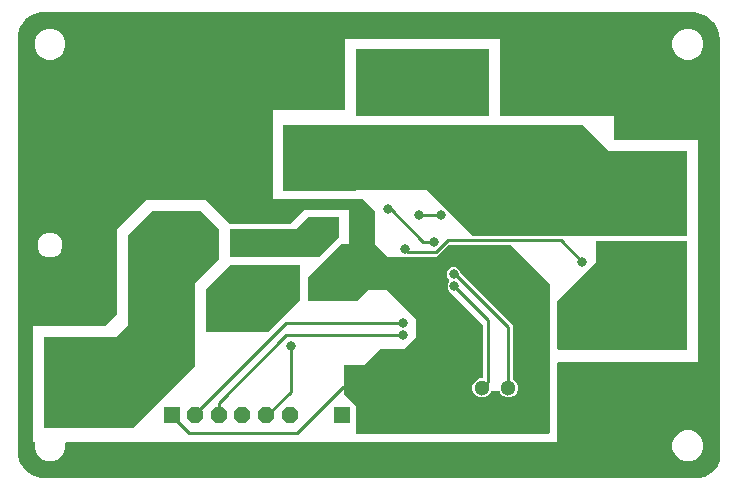
<source format=gbr>
G04 EAGLE Gerber RS-274X export*
G75*
%MOMM*%
%FSLAX34Y34*%
%LPD*%
%INBottom Copper*%
%IPPOS*%
%AMOC8*
5,1,8,0,0,1.08239X$1,22.5*%
G01*
%ADD10C,2.250000*%
%ADD11C,2.000000*%
%ADD12R,1.422400X1.422400*%
%ADD13P,1.539592X8X112.500000*%
%ADD14C,0.909600*%
%ADD15R,1.809600X1.809600*%
%ADD16C,1.809600*%
%ADD17P,2.749271X8X22.500000*%
%ADD18C,1.629600*%
%ADD19R,0.254000X0.254000*%
%ADD20C,0.808000*%
%ADD21C,0.279400*%
%ADD22C,1.300000*%

G36*
X2544Y24987D02*
X2544Y24987D01*
X2542Y24970D01*
X2814Y21516D01*
X2825Y21482D01*
X2831Y21429D01*
X4966Y14859D01*
X4986Y14826D01*
X5020Y14753D01*
X9080Y9164D01*
X9109Y9139D01*
X9164Y9080D01*
X14753Y5020D01*
X14788Y5005D01*
X14859Y4966D01*
X21429Y2831D01*
X21464Y2828D01*
X21516Y2814D01*
X24970Y2542D01*
X24983Y2544D01*
X25000Y2541D01*
X573975Y2541D01*
X574029Y2553D01*
X574085Y2557D01*
X574117Y2574D01*
X574144Y2580D01*
X574170Y2602D01*
X574213Y2624D01*
X574235Y2641D01*
X575120Y2543D01*
X575138Y2545D01*
X575162Y2541D01*
X576084Y2541D01*
X576104Y2525D01*
X576123Y2521D01*
X576136Y2513D01*
X576175Y2509D01*
X576246Y2493D01*
X578403Y2424D01*
X578438Y2431D01*
X578492Y2431D01*
X584534Y3678D01*
X584568Y3694D01*
X584645Y3720D01*
X590006Y6773D01*
X590034Y6799D01*
X590098Y6847D01*
X594253Y11407D01*
X594272Y11441D01*
X594319Y11506D01*
X596861Y17127D01*
X596868Y17162D01*
X596888Y17212D01*
X596955Y17561D01*
X597452Y20158D01*
X597451Y20188D01*
X597459Y20229D01*
X597459Y368942D01*
X597446Y369000D01*
X597441Y369059D01*
X597425Y369087D01*
X597420Y369111D01*
X597397Y369139D01*
X597374Y369180D01*
X597458Y370098D01*
X597456Y370113D01*
X597459Y370132D01*
X597459Y371106D01*
X597463Y371112D01*
X597467Y371150D01*
X597475Y371190D01*
X597476Y371194D01*
X597476Y371197D01*
X597483Y371229D01*
X597518Y374134D01*
X597510Y374169D01*
X597509Y374223D01*
X595796Y381756D01*
X595780Y381791D01*
X595752Y381867D01*
X591796Y388502D01*
X591769Y388530D01*
X591720Y388594D01*
X585906Y393682D01*
X585872Y393700D01*
X585806Y393745D01*
X578705Y396788D01*
X578670Y396794D01*
X578619Y396813D01*
X574870Y397454D01*
X574842Y397452D01*
X574806Y397459D01*
X25000Y397459D01*
X24987Y397456D01*
X24970Y397458D01*
X21516Y397186D01*
X21482Y397175D01*
X21429Y397169D01*
X14859Y395034D01*
X14826Y395014D01*
X14753Y394980D01*
X9164Y390920D01*
X9139Y390891D01*
X9080Y390836D01*
X5020Y385247D01*
X5005Y385212D01*
X4966Y385141D01*
X2831Y378571D01*
X2828Y378536D01*
X2814Y378484D01*
X2542Y375030D01*
X2544Y375017D01*
X2541Y375000D01*
X2541Y25000D01*
X2544Y24987D01*
G37*
%LPC*%
G36*
X27406Y16959D02*
X27406Y16959D01*
X22613Y18945D01*
X18945Y22613D01*
X16959Y27406D01*
X16959Y32560D01*
X16948Y32610D01*
X16946Y32661D01*
X16928Y32693D01*
X16920Y32729D01*
X16887Y32768D01*
X16863Y32813D01*
X16833Y32834D01*
X16810Y32862D01*
X16763Y32883D01*
X16721Y32913D01*
X16679Y32921D01*
X16651Y32933D01*
X16621Y32932D01*
X16579Y32940D01*
X15620Y32940D01*
X15620Y131700D01*
X76200Y131700D01*
X76274Y131717D01*
X76349Y131730D01*
X76359Y131737D01*
X76369Y131739D01*
X76398Y131763D01*
X76469Y131811D01*
X86629Y141971D01*
X86669Y142036D01*
X86713Y142098D01*
X86715Y142110D01*
X86720Y142118D01*
X86724Y142155D01*
X86740Y142240D01*
X86740Y213203D01*
X111918Y238380D01*
X162403Y238380D01*
X182611Y218171D01*
X182676Y218131D01*
X182738Y218087D01*
X182750Y218085D01*
X182758Y218080D01*
X182795Y218076D01*
X182880Y218060D01*
X233680Y218060D01*
X233754Y218077D01*
X233829Y218090D01*
X233839Y218097D01*
X233849Y218099D01*
X233878Y218123D01*
X233949Y218171D01*
X245268Y229490D01*
X282830Y229490D01*
X282830Y200540D01*
X276360Y200540D01*
X276286Y200523D01*
X276211Y200510D01*
X276201Y200503D01*
X276191Y200501D01*
X276162Y200477D01*
X276091Y200429D01*
X248951Y173289D01*
X248911Y173224D01*
X248867Y173162D01*
X248865Y173150D01*
X248860Y173142D01*
X248856Y173105D01*
X248840Y173020D01*
X248840Y152700D01*
X248851Y152650D01*
X248853Y152599D01*
X248871Y152567D01*
X248879Y152531D01*
X248912Y152492D01*
X248936Y152447D01*
X248966Y152426D01*
X248989Y152398D01*
X249036Y152377D01*
X249078Y152347D01*
X249120Y152339D01*
X249148Y152327D01*
X249178Y152328D01*
X249220Y152320D01*
X289940Y152320D01*
X290014Y152337D01*
X290089Y152350D01*
X290099Y152357D01*
X290109Y152359D01*
X290138Y152383D01*
X290209Y152431D01*
X299958Y162180D01*
X314803Y162180D01*
X339980Y137003D01*
X339980Y122078D01*
X330043Y112140D01*
X309880Y112140D01*
X309806Y112123D01*
X309731Y112110D01*
X309721Y112103D01*
X309711Y112101D01*
X309682Y112077D01*
X309611Y112029D01*
X295753Y98170D01*
X279400Y98170D01*
X279350Y98159D01*
X279299Y98157D01*
X279267Y98139D01*
X279231Y98131D01*
X279192Y98098D01*
X279147Y98074D01*
X279126Y98044D01*
X279098Y98021D01*
X279077Y97974D01*
X279047Y97932D01*
X279039Y97890D01*
X279027Y97862D01*
X279028Y97832D01*
X279020Y97790D01*
X279020Y73660D01*
X279037Y73586D01*
X279050Y73511D01*
X279057Y73501D01*
X279059Y73491D01*
X279083Y73462D01*
X279131Y73391D01*
X289180Y63343D01*
X289180Y40640D01*
X289191Y40590D01*
X289193Y40539D01*
X289211Y40507D01*
X289219Y40471D01*
X289252Y40432D01*
X289276Y40387D01*
X289306Y40366D01*
X289329Y40338D01*
X289376Y40317D01*
X289418Y40287D01*
X289460Y40279D01*
X289488Y40267D01*
X289518Y40268D01*
X289560Y40260D01*
X452610Y40260D01*
X452660Y40271D01*
X452711Y40273D01*
X452743Y40291D01*
X452779Y40299D01*
X452818Y40332D01*
X452863Y40356D01*
X452884Y40386D01*
X452912Y40409D01*
X452933Y40456D01*
X452963Y40498D01*
X452971Y40540D01*
X452983Y40568D01*
X452982Y40598D01*
X452990Y40640D01*
X452990Y167150D01*
X452973Y167224D01*
X452960Y167299D01*
X452953Y167309D01*
X452951Y167319D01*
X452927Y167348D01*
X452879Y167419D01*
X420385Y199913D01*
X420320Y199953D01*
X420258Y199997D01*
X420246Y199999D01*
X420238Y200004D01*
X420201Y200008D01*
X420116Y200024D01*
X367538Y200024D01*
X367464Y200007D01*
X367389Y199994D01*
X367379Y199987D01*
X367369Y199985D01*
X367340Y199961D01*
X367269Y199913D01*
X356787Y189430D01*
X316268Y189430D01*
X305269Y200429D01*
X305204Y200469D01*
X305180Y200486D01*
X305180Y228600D01*
X305163Y228674D01*
X305150Y228749D01*
X305143Y228759D01*
X305141Y228769D01*
X305117Y228798D01*
X305069Y228869D01*
X294909Y239029D01*
X294844Y239069D01*
X294782Y239113D01*
X294770Y239115D01*
X294762Y239120D01*
X294725Y239124D01*
X294640Y239140D01*
X218820Y239140D01*
X218820Y314580D01*
X279400Y314580D01*
X279450Y314591D01*
X279501Y314593D01*
X279533Y314611D01*
X279569Y314619D01*
X279608Y314652D01*
X279653Y314676D01*
X279674Y314706D01*
X279702Y314729D01*
X279723Y314776D01*
X279753Y314818D01*
X279761Y314860D01*
X279773Y314888D01*
X279772Y314918D01*
X279780Y314960D01*
X279780Y374524D01*
X411100Y374524D01*
X411100Y309880D01*
X411111Y309830D01*
X411113Y309779D01*
X411131Y309747D01*
X411139Y309711D01*
X411172Y309672D01*
X411196Y309627D01*
X411226Y309606D01*
X411249Y309578D01*
X411296Y309557D01*
X411338Y309527D01*
X411380Y309519D01*
X411408Y309507D01*
X411438Y309508D01*
X411480Y309500D01*
X507620Y309500D01*
X507620Y289560D01*
X507631Y289510D01*
X507633Y289459D01*
X507651Y289427D01*
X507659Y289391D01*
X507692Y289352D01*
X507716Y289307D01*
X507746Y289286D01*
X507769Y289258D01*
X507816Y289237D01*
X507858Y289207D01*
X507900Y289199D01*
X507928Y289187D01*
X507958Y289188D01*
X508000Y289180D01*
X578740Y289180D01*
X578740Y100710D01*
X460040Y100710D01*
X459990Y100699D01*
X459939Y100697D01*
X459907Y100679D01*
X459871Y100671D01*
X459832Y100638D01*
X459787Y100614D01*
X459766Y100584D01*
X459738Y100561D01*
X459717Y100514D01*
X459687Y100472D01*
X459679Y100430D01*
X459667Y100402D01*
X459668Y100372D01*
X459660Y100330D01*
X459660Y32940D01*
X43421Y32940D01*
X43371Y32929D01*
X43320Y32927D01*
X43288Y32909D01*
X43252Y32901D01*
X43213Y32868D01*
X43168Y32844D01*
X43147Y32814D01*
X43119Y32791D01*
X43098Y32744D01*
X43068Y32702D01*
X43060Y32660D01*
X43048Y32632D01*
X43049Y32602D01*
X43041Y32560D01*
X43041Y27406D01*
X41055Y22613D01*
X37387Y18945D01*
X32594Y16959D01*
X27406Y16959D01*
G37*
%LPD*%
G36*
X569010Y207911D02*
X569010Y207911D01*
X569061Y207913D01*
X569093Y207931D01*
X569129Y207939D01*
X569168Y207972D01*
X569213Y207996D01*
X569234Y208026D01*
X569262Y208049D01*
X569283Y208096D01*
X569313Y208138D01*
X569321Y208180D01*
X569333Y208208D01*
X569332Y208238D01*
X569340Y208280D01*
X569340Y279400D01*
X569329Y279450D01*
X569327Y279501D01*
X569309Y279533D01*
X569301Y279569D01*
X569268Y279608D01*
X569244Y279653D01*
X569214Y279674D01*
X569191Y279702D01*
X569144Y279723D01*
X569102Y279753D01*
X569060Y279761D01*
X569032Y279773D01*
X569002Y279772D01*
X568960Y279780D01*
X503078Y279780D01*
X481599Y301259D01*
X481534Y301299D01*
X481472Y301343D01*
X481460Y301345D01*
X481452Y301350D01*
X481415Y301354D01*
X481330Y301370D01*
X227838Y301370D01*
X227788Y301359D01*
X227737Y301357D01*
X227705Y301339D01*
X227669Y301331D01*
X227630Y301298D01*
X227585Y301274D01*
X227564Y301244D01*
X227536Y301221D01*
X227515Y301174D01*
X227485Y301132D01*
X227477Y301090D01*
X227465Y301062D01*
X227466Y301032D01*
X227458Y300990D01*
X227458Y246360D01*
X227470Y246310D01*
X227472Y246258D01*
X227489Y246226D01*
X227497Y246191D01*
X227530Y246151D01*
X227555Y246106D01*
X227585Y246085D01*
X227607Y246058D01*
X227655Y246036D01*
X227697Y246007D01*
X227738Y245999D01*
X227766Y245987D01*
X227797Y245988D01*
X227840Y245980D01*
X349475Y246459D01*
X388076Y208011D01*
X388140Y207971D01*
X388202Y207927D01*
X388214Y207925D01*
X388223Y207920D01*
X388260Y207916D01*
X388344Y207900D01*
X568960Y207900D01*
X569010Y207911D01*
G37*
G36*
X100404Y45357D02*
X100404Y45357D01*
X100479Y45370D01*
X100489Y45377D01*
X100499Y45379D01*
X100528Y45403D01*
X100599Y45451D01*
X152669Y97521D01*
X152709Y97586D01*
X152753Y97648D01*
X152755Y97660D01*
X152760Y97668D01*
X152764Y97705D01*
X152769Y97732D01*
X152773Y97742D01*
X152773Y97752D01*
X152780Y97790D01*
X152780Y167483D01*
X172989Y187691D01*
X173029Y187756D01*
X173073Y187818D01*
X173075Y187830D01*
X173080Y187838D01*
X173084Y187875D01*
X173100Y187960D01*
X173100Y213360D01*
X173083Y213434D01*
X173070Y213509D01*
X173063Y213519D01*
X173061Y213529D01*
X173037Y213558D01*
X172989Y213629D01*
X157749Y228869D01*
X157684Y228909D01*
X157622Y228953D01*
X157610Y228955D01*
X157602Y228960D01*
X157565Y228964D01*
X157480Y228980D01*
X116840Y228980D01*
X116766Y228963D01*
X116691Y228950D01*
X116681Y228943D01*
X116671Y228941D01*
X116642Y228917D01*
X116571Y228869D01*
X96251Y208549D01*
X96211Y208484D01*
X96167Y208422D01*
X96165Y208410D01*
X96160Y208402D01*
X96156Y208365D01*
X96140Y208280D01*
X96140Y132238D01*
X86203Y122300D01*
X25400Y122300D01*
X25350Y122289D01*
X25299Y122287D01*
X25267Y122269D01*
X25231Y122261D01*
X25192Y122228D01*
X25147Y122204D01*
X25126Y122174D01*
X25098Y122151D01*
X25077Y122104D01*
X25047Y122062D01*
X25039Y122020D01*
X25027Y121992D01*
X25028Y121962D01*
X25020Y121920D01*
X25020Y45720D01*
X25031Y45670D01*
X25033Y45619D01*
X25051Y45587D01*
X25059Y45551D01*
X25092Y45512D01*
X25116Y45467D01*
X25146Y45446D01*
X25169Y45418D01*
X25216Y45397D01*
X25258Y45367D01*
X25300Y45359D01*
X25328Y45347D01*
X25358Y45348D01*
X25400Y45340D01*
X100330Y45340D01*
X100404Y45357D01*
G37*
G36*
X569010Y111391D02*
X569010Y111391D01*
X569061Y111393D01*
X569093Y111411D01*
X569129Y111419D01*
X569168Y111452D01*
X569213Y111476D01*
X569234Y111506D01*
X569262Y111529D01*
X569283Y111576D01*
X569313Y111618D01*
X569321Y111660D01*
X569333Y111688D01*
X569332Y111718D01*
X569340Y111760D01*
X569340Y203200D01*
X569329Y203250D01*
X569327Y203301D01*
X569309Y203333D01*
X569301Y203369D01*
X569268Y203408D01*
X569244Y203453D01*
X569214Y203474D01*
X569191Y203502D01*
X569144Y203523D01*
X569102Y203553D01*
X569060Y203561D01*
X569032Y203573D01*
X569002Y203572D01*
X568960Y203580D01*
X492760Y203580D01*
X492710Y203569D01*
X492659Y203567D01*
X492627Y203549D01*
X492591Y203541D01*
X492552Y203508D01*
X492507Y203484D01*
X492486Y203454D01*
X492458Y203431D01*
X492437Y203384D01*
X492407Y203342D01*
X492399Y203300D01*
X492387Y203272D01*
X492388Y203242D01*
X492380Y203200D01*
X492380Y185324D01*
X459725Y152669D01*
X459685Y152604D01*
X459641Y152542D01*
X459639Y152530D01*
X459634Y152522D01*
X459630Y152485D01*
X459614Y152400D01*
X459614Y111760D01*
X459625Y111710D01*
X459627Y111659D01*
X459645Y111627D01*
X459653Y111591D01*
X459686Y111552D01*
X459710Y111507D01*
X459740Y111486D01*
X459763Y111458D01*
X459810Y111437D01*
X459852Y111407D01*
X459894Y111399D01*
X459922Y111387D01*
X459952Y111388D01*
X459994Y111380D01*
X568960Y111380D01*
X569010Y111391D01*
G37*
G36*
X401370Y309511D02*
X401370Y309511D01*
X401421Y309513D01*
X401453Y309531D01*
X401489Y309539D01*
X401528Y309572D01*
X401573Y309596D01*
X401594Y309626D01*
X401622Y309649D01*
X401643Y309696D01*
X401673Y309738D01*
X401681Y309780D01*
X401693Y309808D01*
X401692Y309838D01*
X401700Y309880D01*
X401700Y365760D01*
X401689Y365810D01*
X401687Y365861D01*
X401669Y365893D01*
X401661Y365929D01*
X401628Y365968D01*
X401604Y366013D01*
X401574Y366034D01*
X401551Y366062D01*
X401504Y366083D01*
X401462Y366113D01*
X401420Y366121D01*
X401392Y366133D01*
X401362Y366132D01*
X401320Y366140D01*
X289560Y366140D01*
X289510Y366129D01*
X289459Y366127D01*
X289427Y366109D01*
X289391Y366101D01*
X289352Y366068D01*
X289307Y366044D01*
X289286Y366014D01*
X289258Y365991D01*
X289237Y365944D01*
X289207Y365902D01*
X289199Y365860D01*
X289187Y365832D01*
X289188Y365802D01*
X289180Y365760D01*
X289180Y309880D01*
X289191Y309830D01*
X289193Y309779D01*
X289211Y309747D01*
X289219Y309711D01*
X289252Y309672D01*
X289276Y309627D01*
X289306Y309606D01*
X289329Y309578D01*
X289376Y309557D01*
X289418Y309527D01*
X289460Y309519D01*
X289488Y309507D01*
X289518Y309508D01*
X289560Y309500D01*
X401320Y309500D01*
X401370Y309511D01*
G37*
G36*
X214958Y126637D02*
X214958Y126637D01*
X215033Y126650D01*
X215043Y126657D01*
X215053Y126659D01*
X215082Y126683D01*
X215153Y126731D01*
X241823Y153401D01*
X241863Y153466D01*
X241907Y153528D01*
X241909Y153540D01*
X241914Y153548D01*
X241918Y153585D01*
X241934Y153670D01*
X241934Y182880D01*
X241923Y182930D01*
X241921Y182981D01*
X241903Y183013D01*
X241895Y183049D01*
X241862Y183088D01*
X241838Y183133D01*
X241808Y183154D01*
X241785Y183182D01*
X241738Y183203D01*
X241696Y183233D01*
X241654Y183241D01*
X241626Y183253D01*
X241596Y183252D01*
X241554Y183260D01*
X182880Y183260D01*
X182806Y183243D01*
X182731Y183230D01*
X182721Y183223D01*
X182711Y183221D01*
X182682Y183197D01*
X182611Y183149D01*
X162291Y162829D01*
X162251Y162764D01*
X162207Y162702D01*
X162205Y162690D01*
X162200Y162682D01*
X162196Y162645D01*
X162180Y162560D01*
X162180Y127000D01*
X162191Y126950D01*
X162193Y126899D01*
X162211Y126867D01*
X162219Y126831D01*
X162252Y126792D01*
X162276Y126747D01*
X162306Y126726D01*
X162329Y126698D01*
X162376Y126677D01*
X162418Y126647D01*
X162460Y126639D01*
X162488Y126627D01*
X162518Y126628D01*
X162560Y126620D01*
X214884Y126620D01*
X214958Y126637D01*
G37*
%LPC*%
G36*
X394136Y70928D02*
X394136Y70928D01*
X391186Y72150D01*
X388929Y74407D01*
X388337Y75838D01*
X387707Y77357D01*
X387707Y80549D01*
X388929Y83499D01*
X391186Y85756D01*
X394136Y86978D01*
X396080Y86978D01*
X396130Y86989D01*
X396181Y86991D01*
X396213Y87009D01*
X396249Y87017D01*
X396288Y87050D01*
X396333Y87074D01*
X396354Y87104D01*
X396382Y87127D01*
X396403Y87174D01*
X396433Y87216D01*
X396441Y87258D01*
X396453Y87286D01*
X396452Y87316D01*
X396460Y87358D01*
X396460Y132080D01*
X396443Y132154D01*
X396430Y132229D01*
X396423Y132239D01*
X396421Y132249D01*
X396397Y132278D01*
X396349Y132349D01*
X367360Y161338D01*
X367384Y161377D01*
X367419Y161414D01*
X367429Y161449D01*
X367449Y161481D01*
X367453Y161531D01*
X367468Y161580D01*
X367462Y161617D01*
X367465Y161653D01*
X367447Y161701D01*
X367438Y161751D01*
X367414Y161786D01*
X367403Y161815D01*
X367381Y161836D01*
X367357Y161871D01*
X366545Y162683D01*
X366545Y167293D01*
X368061Y168809D01*
X368101Y168873D01*
X368145Y168935D01*
X368147Y168947D01*
X368152Y168956D01*
X368156Y168993D01*
X368172Y169077D01*
X368172Y171265D01*
X368155Y171339D01*
X368142Y171413D01*
X368135Y171423D01*
X368133Y171433D01*
X368109Y171462D01*
X368061Y171533D01*
X366291Y173303D01*
X366291Y177913D01*
X369551Y181173D01*
X374161Y181173D01*
X377421Y177913D01*
X377421Y177189D01*
X377438Y177115D01*
X377451Y177040D01*
X377458Y177030D01*
X377460Y177020D01*
X377484Y176991D01*
X377532Y176920D01*
X422102Y132351D01*
X422102Y86262D01*
X422114Y86211D01*
X422115Y86169D01*
X422120Y86160D01*
X422123Y86137D01*
X422136Y86117D01*
X422141Y86093D01*
X422182Y86044D01*
X422194Y86025D01*
X422198Y86017D01*
X422199Y86016D01*
X422216Y85991D01*
X422238Y85976D01*
X422251Y85960D01*
X422286Y85944D01*
X422337Y85911D01*
X422710Y85756D01*
X424967Y83499D01*
X426189Y80549D01*
X426189Y77357D01*
X424967Y74407D01*
X422710Y72150D01*
X419760Y70928D01*
X416568Y70928D01*
X413618Y72150D01*
X411361Y74407D01*
X410769Y75838D01*
X410732Y75889D01*
X410701Y75945D01*
X410682Y75959D01*
X410668Y75978D01*
X410611Y76008D01*
X410560Y76045D01*
X410533Y76050D01*
X410515Y76060D01*
X410477Y76061D01*
X410417Y76072D01*
X403479Y76072D01*
X403417Y76058D01*
X403354Y76051D01*
X403333Y76038D01*
X403310Y76033D01*
X403261Y75992D01*
X403207Y75958D01*
X403192Y75936D01*
X403176Y75923D01*
X403161Y75888D01*
X403127Y75838D01*
X402535Y74407D01*
X400278Y72150D01*
X397328Y70928D01*
X394136Y70928D01*
G37*
%LPD*%
G36*
X257446Y189883D02*
X257446Y189883D01*
X257521Y189896D01*
X257531Y189903D01*
X257541Y189905D01*
X257570Y189929D01*
X257641Y189977D01*
X274589Y206925D01*
X274629Y206990D01*
X274673Y207052D01*
X274675Y207064D01*
X274680Y207072D01*
X274684Y207109D01*
X274700Y207194D01*
X274700Y223520D01*
X274689Y223570D01*
X274687Y223621D01*
X274669Y223653D01*
X274661Y223689D01*
X274628Y223728D01*
X274604Y223773D01*
X274574Y223794D01*
X274551Y223822D01*
X274504Y223843D01*
X274462Y223873D01*
X274420Y223881D01*
X274392Y223893D01*
X274362Y223892D01*
X274320Y223900D01*
X248920Y223900D01*
X248846Y223883D01*
X248771Y223870D01*
X248761Y223863D01*
X248751Y223861D01*
X248722Y223837D01*
X248651Y223789D01*
X238603Y213740D01*
X182880Y213740D01*
X182830Y213729D01*
X182779Y213727D01*
X182747Y213709D01*
X182711Y213701D01*
X182672Y213668D01*
X182627Y213644D01*
X182606Y213614D01*
X182578Y213591D01*
X182557Y213544D01*
X182527Y213502D01*
X182519Y213460D01*
X182507Y213432D01*
X182508Y213402D01*
X182500Y213360D01*
X182500Y190246D01*
X182511Y190196D01*
X182513Y190145D01*
X182531Y190113D01*
X182539Y190077D01*
X182572Y190038D01*
X182596Y189993D01*
X182626Y189972D01*
X182649Y189944D01*
X182696Y189923D01*
X182738Y189893D01*
X182780Y189885D01*
X182808Y189873D01*
X182838Y189874D01*
X182880Y189866D01*
X257372Y189866D01*
X257446Y189883D01*
G37*
%LPC*%
G36*
X567406Y356959D02*
X567406Y356959D01*
X562613Y358945D01*
X558945Y362613D01*
X556959Y367406D01*
X556959Y372594D01*
X558945Y377387D01*
X562613Y381055D01*
X567406Y383041D01*
X572594Y383041D01*
X577387Y381055D01*
X581055Y377387D01*
X583041Y372594D01*
X583041Y367406D01*
X581055Y362613D01*
X577387Y358945D01*
X572594Y356959D01*
X567406Y356959D01*
G37*
%LPD*%
%LPC*%
G36*
X27406Y356959D02*
X27406Y356959D01*
X22613Y358945D01*
X18945Y362613D01*
X16959Y367406D01*
X16959Y372594D01*
X18945Y377387D01*
X22613Y381055D01*
X27406Y383041D01*
X32594Y383041D01*
X37387Y381055D01*
X41055Y377387D01*
X43041Y372594D01*
X43041Y367406D01*
X41055Y362613D01*
X37387Y358945D01*
X32594Y356959D01*
X27406Y356959D01*
G37*
%LPD*%
%LPC*%
G36*
X567406Y16959D02*
X567406Y16959D01*
X562613Y18945D01*
X558945Y22613D01*
X556959Y27406D01*
X556959Y32594D01*
X558945Y37387D01*
X562613Y41055D01*
X567406Y43041D01*
X572594Y43041D01*
X577387Y41055D01*
X581055Y37387D01*
X583041Y32594D01*
X583041Y27406D01*
X581055Y22613D01*
X577387Y18945D01*
X572594Y16959D01*
X567406Y16959D01*
G37*
%LPD*%
%LPC*%
G36*
X27903Y189459D02*
X27903Y189459D01*
X24029Y191064D01*
X21064Y194029D01*
X19459Y197903D01*
X19459Y202097D01*
X21064Y205971D01*
X24029Y208936D01*
X27903Y210541D01*
X32097Y210541D01*
X35971Y208936D01*
X38936Y205971D01*
X40541Y202097D01*
X40541Y197903D01*
X38936Y194029D01*
X35971Y191064D01*
X32097Y189459D01*
X27903Y189459D01*
G37*
%LPD*%
D10*
X120000Y188750D02*
X120000Y211250D01*
D11*
X60000Y210000D02*
X60000Y190000D01*
X60000Y155000D02*
X40000Y155000D01*
X40000Y245000D02*
X60000Y245000D01*
D12*
X277600Y55770D03*
D13*
X297600Y55770D03*
D14*
X332046Y157526D03*
X332046Y165400D03*
X332046Y173274D03*
X339920Y157526D03*
X339920Y165400D03*
X339920Y173274D03*
X347794Y157526D03*
X347794Y165400D03*
X347794Y173274D03*
D15*
X557808Y90254D03*
D16*
X557808Y140254D03*
D17*
X59500Y85000D03*
X59500Y315000D03*
D15*
X557808Y265254D03*
D16*
X557808Y315254D03*
D18*
X559205Y186524D03*
X559205Y220334D03*
X525000Y30000D03*
X525000Y370000D03*
D19*
X296672Y188722D03*
X296672Y216662D03*
D12*
X132880Y55770D03*
D13*
X152880Y55770D03*
X172880Y55770D03*
X192880Y55770D03*
X212880Y55770D03*
X232880Y55770D03*
D20*
X40000Y110000D03*
X60000Y110000D03*
X80000Y110000D03*
X40000Y60000D03*
X60000Y60000D03*
X80000Y60000D03*
X122460Y125000D03*
X122460Y105000D03*
X122460Y85000D03*
X468440Y71120D03*
X478680Y71120D03*
X488920Y71120D03*
X589280Y101007D03*
X589280Y50800D03*
X548640Y12446D03*
X493889Y12446D03*
X439138Y12446D03*
X384387Y12446D03*
X329635Y12446D03*
X274884Y12446D03*
X220133Y12446D03*
X165382Y12446D03*
X110631Y12446D03*
X52832Y12446D03*
X9906Y51562D03*
X9948Y104140D03*
X9991Y152400D03*
X10033Y200660D03*
X10075Y248920D03*
X10118Y297180D03*
X10160Y350520D03*
X50800Y388366D03*
X113094Y388398D03*
X175387Y388430D03*
X237681Y388461D03*
X299974Y388493D03*
X362268Y388525D03*
X424561Y388557D03*
X486855Y388588D03*
X549148Y388620D03*
X589280Y352044D03*
X589280Y301837D03*
X589280Y251629D03*
X589280Y201422D03*
X589280Y151215D03*
X250920Y340360D03*
X250920Y350520D03*
X250920Y360680D03*
X240760Y360680D03*
X240760Y350520D03*
X240760Y340360D03*
X223520Y320040D03*
X223520Y330200D03*
X487680Y320040D03*
X497840Y320040D03*
X508000Y320040D03*
X40000Y340000D03*
X60000Y340000D03*
X80000Y340000D03*
X40000Y290000D03*
X60000Y290000D03*
X80000Y290000D03*
X499000Y71000D03*
X195000Y207000D03*
X205000Y207000D03*
X205000Y198000D03*
X195000Y198000D03*
X265716Y217932D03*
X265716Y207518D03*
X193040Y142240D03*
X203200Y142240D03*
X213360Y142240D03*
X228600Y152400D03*
X228600Y162560D03*
X250952Y273558D03*
X250952Y263398D03*
X250952Y253238D03*
X240792Y253238D03*
X240792Y263398D03*
X240792Y273558D03*
X467360Y281686D03*
X467360Y271526D03*
X467360Y261366D03*
X477520Y261366D03*
X477520Y271526D03*
X477520Y281686D03*
X523240Y228600D03*
X533400Y228600D03*
X543560Y228600D03*
X543560Y238760D03*
X533400Y238760D03*
X523240Y238760D03*
X316500Y230092D03*
D21*
X346202Y202692D02*
X354838Y202692D01*
X346202Y202692D02*
X318802Y230092D01*
X316500Y230092D01*
D20*
X354838Y202692D03*
X345220Y352520D03*
X345220Y330867D03*
X345220Y320040D03*
X355705Y320040D03*
X355705Y330867D03*
X355705Y352520D03*
X345220Y341693D03*
X355705Y341693D03*
X274320Y187960D03*
X254000Y162560D03*
X287020Y80010D03*
X307848Y80010D03*
X328168Y80010D03*
X357092Y125460D03*
X366744Y125460D03*
X430784Y56420D03*
X418830Y175768D03*
X418830Y165862D03*
X392000Y126000D03*
X371300Y144909D03*
D21*
X287020Y80010D02*
X278130Y80010D01*
X238760Y40640D02*
X147320Y40640D01*
X132880Y55080D01*
X132880Y55770D01*
X238760Y40640D02*
X278130Y80010D01*
D20*
X371856Y187706D03*
X342035Y225552D03*
D21*
X361188Y225552D02*
X361442Y225298D01*
X361188Y225552D02*
X342035Y225552D01*
D20*
X361442Y225298D03*
X538480Y193040D03*
X538480Y182880D03*
X538480Y172720D03*
X477520Y137160D03*
X487680Y137160D03*
X497840Y137160D03*
X505000Y170000D03*
X515000Y170000D03*
X525000Y170000D03*
X477520Y147320D03*
X487680Y147320D03*
X497840Y147320D03*
X372110Y164988D03*
D21*
X400732Y136366D01*
X400732Y83953D01*
X395732Y78953D01*
D22*
X395732Y78953D03*
D20*
X371856Y175608D03*
D21*
X418164Y130730D02*
X418164Y78953D01*
D22*
X418164Y78953D03*
D21*
X418164Y130730D02*
X373286Y175608D01*
X371856Y175608D01*
D20*
X330454Y196742D03*
X480568Y185928D03*
D21*
X333140Y194056D02*
X330454Y196742D01*
X333140Y194056D02*
X356870Y194056D01*
X366776Y203962D01*
X462534Y203962D02*
X480568Y185928D01*
X462534Y203962D02*
X366776Y203962D01*
D20*
X233680Y114300D03*
D21*
X233680Y75839D01*
X213611Y55770D02*
X212880Y55770D01*
X213611Y55770D02*
X233680Y75839D01*
D20*
X328930Y123698D03*
D21*
X230098Y123698D01*
X172880Y66480D02*
X172880Y55770D01*
X172880Y66480D02*
X230098Y123698D01*
D20*
X328676Y133604D03*
D21*
X230004Y133604D01*
X152880Y56480D02*
X152880Y55770D01*
X152880Y56480D02*
X230004Y133604D01*
M02*

</source>
